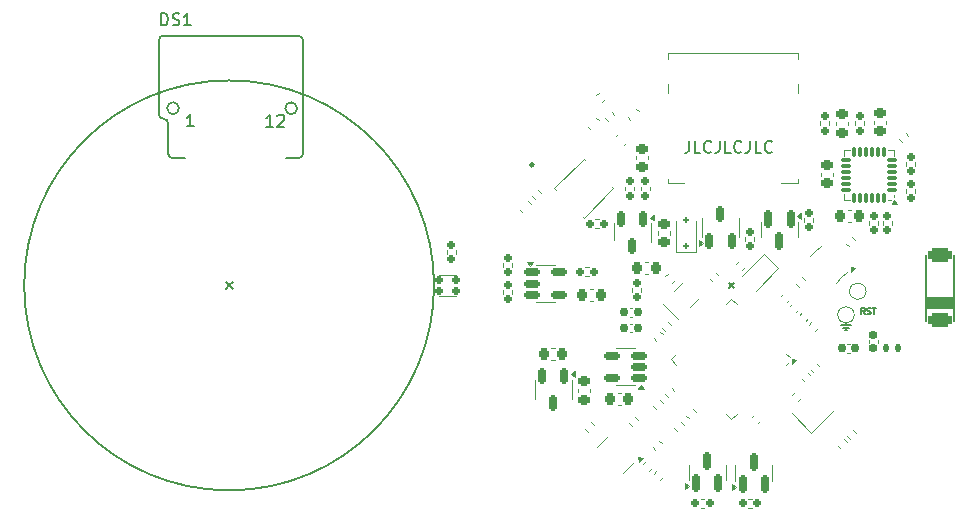
<source format=gbr>
%TF.GenerationSoftware,KiCad,Pcbnew,9.0.1-9.0.1-0~ubuntu22.04.1*%
%TF.CreationDate,2025-04-16T22:26:59+05:30*%
%TF.ProjectId,BEEWATCH MK2,42454557-4154-4434-9820-4d4b322e6b69,rev?*%
%TF.SameCoordinates,Original*%
%TF.FileFunction,Legend,Top*%
%TF.FilePolarity,Positive*%
%FSLAX46Y46*%
G04 Gerber Fmt 4.6, Leading zero omitted, Abs format (unit mm)*
G04 Created by KiCad (PCBNEW 9.0.1-9.0.1-0~ubuntu22.04.1) date 2025-04-16 22:26:59*
%MOMM*%
%LPD*%
G01*
G04 APERTURE LIST*
G04 Aperture macros list*
%AMRoundRect*
0 Rectangle with rounded corners*
0 $1 Rounding radius*
0 $2 $3 $4 $5 $6 $7 $8 $9 X,Y pos of 4 corners*
0 Add a 4 corners polygon primitive as box body*
4,1,4,$2,$3,$4,$5,$6,$7,$8,$9,$2,$3,0*
0 Add four circle primitives for the rounded corners*
1,1,$1+$1,$2,$3*
1,1,$1+$1,$4,$5*
1,1,$1+$1,$6,$7*
1,1,$1+$1,$8,$9*
0 Add four rect primitives between the rounded corners*
20,1,$1+$1,$2,$3,$4,$5,0*
20,1,$1+$1,$4,$5,$6,$7,0*
20,1,$1+$1,$6,$7,$8,$9,0*
20,1,$1+$1,$8,$9,$2,$3,0*%
%AMRotRect*
0 Rectangle, with rotation*
0 The origin of the aperture is its center*
0 $1 length*
0 $2 width*
0 $3 Rotation angle, in degrees counterclockwise*
0 Add horizontal line*
21,1,$1,$2,0,0,$3*%
G04 Aperture macros list end*
%ADD10C,0.150000*%
%ADD11C,0.127000*%
%ADD12C,0.120000*%
%ADD13C,0.100000*%
%ADD14C,0.250000*%
%ADD15RoundRect,0.225000X-0.250000X0.225000X-0.250000X-0.225000X0.250000X-0.225000X0.250000X0.225000X0*%
%ADD16RoundRect,0.075000X0.350000X0.075000X-0.350000X0.075000X-0.350000X-0.075000X0.350000X-0.075000X0*%
%ADD17RoundRect,0.075000X-0.075000X0.350000X-0.075000X-0.350000X0.075000X-0.350000X0.075000X0.350000X0*%
%ADD18RoundRect,0.150000X0.150000X-0.512500X0.150000X0.512500X-0.150000X0.512500X-0.150000X-0.512500X0*%
%ADD19RoundRect,0.160000X0.252791X-0.026517X-0.026517X0.252791X-0.252791X0.026517X0.026517X-0.252791X0*%
%ADD20RoundRect,0.125000X0.000000X0.176777X-0.176777X0.000000X0.000000X-0.176777X0.176777X0.000000X0*%
%ADD21RoundRect,0.100000X0.162635X-0.021213X-0.021213X0.162635X-0.162635X0.021213X0.021213X-0.162635X0*%
%ADD22RoundRect,0.225000X-0.225000X-0.250000X0.225000X-0.250000X0.225000X0.250000X-0.225000X0.250000X0*%
%ADD23RoundRect,0.160000X-0.160000X0.197500X-0.160000X-0.197500X0.160000X-0.197500X0.160000X0.197500X0*%
%ADD24RoundRect,0.150000X0.150000X-0.587500X0.150000X0.587500X-0.150000X0.587500X-0.150000X-0.587500X0*%
%ADD25RoundRect,0.150000X0.309359X0.521491X-0.521491X-0.309359X-0.309359X-0.521491X0.521491X0.309359X0*%
%ADD26RoundRect,0.150000X0.512500X0.150000X-0.512500X0.150000X-0.512500X-0.150000X0.512500X-0.150000X0*%
%ADD27RoundRect,0.160000X-0.252791X0.026517X0.026517X-0.252791X0.252791X-0.026517X-0.026517X0.252791X0*%
%ADD28RoundRect,0.160000X-0.197500X-0.160000X0.197500X-0.160000X0.197500X0.160000X-0.197500X0.160000X0*%
%ADD29RoundRect,0.147500X0.226274X0.017678X0.017678X0.226274X-0.226274X-0.017678X-0.017678X-0.226274X0*%
%ADD30RoundRect,0.155000X0.259862X-0.040659X-0.040659X0.259862X-0.259862X0.040659X0.040659X-0.259862X0*%
%ADD31RoundRect,0.150000X-0.150000X0.512500X-0.150000X-0.512500X0.150000X-0.512500X0.150000X0.512500X0*%
%ADD32RoundRect,0.225000X0.250000X-0.225000X0.250000X0.225000X-0.250000X0.225000X-0.250000X-0.225000X0*%
%ADD33RoundRect,0.147500X-0.147500X-0.172500X0.147500X-0.172500X0.147500X0.172500X-0.147500X0.172500X0*%
%ADD34RoundRect,0.160000X0.160000X-0.197500X0.160000X0.197500X-0.160000X0.197500X-0.160000X-0.197500X0*%
%ADD35RoundRect,0.225000X0.335876X0.017678X0.017678X0.335876X-0.335876X-0.017678X-0.017678X-0.335876X0*%
%ADD36RoundRect,0.155000X-0.259862X0.040659X0.040659X-0.259862X0.259862X-0.040659X-0.040659X0.259862X0*%
%ADD37RoundRect,0.225000X-0.335876X-0.017678X-0.017678X-0.335876X0.335876X0.017678X0.017678X0.335876X0*%
%ADD38RoundRect,0.160000X0.197500X0.160000X-0.197500X0.160000X-0.197500X-0.160000X0.197500X-0.160000X0*%
%ADD39O,1.200000X0.800000*%
%ADD40O,0.800000X1.200000*%
%ADD41C,1.000000*%
%ADD42RoundRect,0.150000X-0.512500X-0.150000X0.512500X-0.150000X0.512500X0.150000X-0.512500X0.150000X0*%
%ADD43RoundRect,0.160000X0.026517X0.252791X-0.252791X-0.026517X-0.026517X-0.252791X0.252791X0.026517X0*%
%ADD44RoundRect,0.155000X0.212500X0.155000X-0.212500X0.155000X-0.212500X-0.155000X0.212500X-0.155000X0*%
%ADD45RoundRect,0.160000X-0.026517X-0.252791X0.252791X0.026517X0.026517X0.252791X-0.252791X-0.026517X0*%
%ADD46RoundRect,0.249999X0.459619X-1.096017X1.096017X-0.459619X-0.459619X1.096017X-1.096017X0.459619X0*%
%ADD47C,0.500000*%
%ADD48RoundRect,0.225000X-0.017678X0.335876X-0.335876X0.017678X0.017678X-0.335876X0.335876X-0.017678X0*%
%ADD49RoundRect,0.125000X0.125000X-0.125000X0.125000X0.125000X-0.125000X0.125000X-0.125000X-0.125000X0*%
%ADD50RoundRect,0.155000X0.040659X0.259862X-0.259862X-0.040659X-0.040659X-0.259862X0.259862X0.040659X0*%
%ADD51RoundRect,0.155000X-0.155000X0.212500X-0.155000X-0.212500X0.155000X-0.212500X0.155000X0.212500X0*%
%ADD52RoundRect,0.155000X-0.040659X-0.259862X0.259862X0.040659X0.040659X0.259862X-0.259862X-0.040659X0*%
%ADD53R,0.350000X2.500000*%
%ADD54RoundRect,0.050000X0.212132X0.282843X-0.282843X-0.212132X-0.212132X-0.282843X0.282843X0.212132X0*%
%ADD55RoundRect,0.050000X-0.212132X0.282843X-0.282843X0.212132X0.212132X-0.282843X0.282843X-0.212132X0*%
%ADD56RotRect,4.000000X4.000000X225.000000*%
%ADD57RoundRect,0.300000X-0.700000X0.300000X-0.700000X-0.300000X0.700000X-0.300000X0.700000X0.300000X0*%
%ADD58RoundRect,0.150000X-0.150000X0.587500X-0.150000X-0.587500X0.150000X-0.587500X0.150000X0.587500X0*%
%ADD59RotRect,0.900000X0.800000X45.000000*%
%ADD60RoundRect,0.150000X-0.150000X-0.200000X0.150000X-0.200000X0.150000X0.200000X-0.150000X0.200000X0*%
%ADD61RotRect,0.300000X0.800000X135.000000*%
%ADD62RotRect,1.450000X1.750000X135.000000*%
%ADD63RoundRect,0.155000X-0.212500X-0.155000X0.212500X-0.155000X0.212500X0.155000X-0.212500X0.155000X0*%
%ADD64RoundRect,0.225000X0.225000X0.250000X-0.225000X0.250000X-0.225000X-0.250000X0.225000X-0.250000X0*%
%ADD65RotRect,1.000000X1.800000X45.000000*%
%ADD66RoundRect,0.100000X-0.162635X0.021213X0.021213X-0.162635X0.162635X-0.021213X-0.021213X0.162635X0*%
%ADD67C,0.650000*%
%ADD68O,1.600000X1.000000*%
%ADD69O,2.100000X1.000000*%
%ADD70R,2.000000X2.000000*%
%ADD71C,2.000000*%
G04 APERTURE END LIST*
D10*
X-42530925Y1734D02*
X-42830925Y301734D01*
X-42530925Y1734D02*
X-42230925Y-298266D01*
X0Y0D02*
X-200000Y-200000D01*
X9450000Y-3600000D02*
X9950000Y-3600000D01*
X9700000Y-3400000D02*
X9700000Y-3200000D01*
X-42530925Y1734D02*
X-42230925Y301734D01*
X-209548Y200000D02*
X190452Y-200000D01*
X9650000Y-3800000D02*
X9750000Y-3800000D01*
X0Y0D02*
X200000Y200000D01*
X-42530925Y1734D02*
X-42830925Y-298266D01*
X9250000Y-3400000D02*
X10150000Y-3400000D01*
X-3577507Y12230181D02*
X-3577507Y11515896D01*
X-3577507Y11515896D02*
X-3625126Y11373039D01*
X-3625126Y11373039D02*
X-3720364Y11277800D01*
X-3720364Y11277800D02*
X-3863221Y11230181D01*
X-3863221Y11230181D02*
X-3958459Y11230181D01*
X-2625126Y11230181D02*
X-3101316Y11230181D01*
X-3101316Y11230181D02*
X-3101316Y12230181D01*
X-1720364Y11325420D02*
X-1767983Y11277800D01*
X-1767983Y11277800D02*
X-1910840Y11230181D01*
X-1910840Y11230181D02*
X-2006078Y11230181D01*
X-2006078Y11230181D02*
X-2148935Y11277800D01*
X-2148935Y11277800D02*
X-2244173Y11373039D01*
X-2244173Y11373039D02*
X-2291792Y11468277D01*
X-2291792Y11468277D02*
X-2339411Y11658753D01*
X-2339411Y11658753D02*
X-2339411Y11801610D01*
X-2339411Y11801610D02*
X-2291792Y11992086D01*
X-2291792Y11992086D02*
X-2244173Y12087324D01*
X-2244173Y12087324D02*
X-2148935Y12182562D01*
X-2148935Y12182562D02*
X-2006078Y12230181D01*
X-2006078Y12230181D02*
X-1910840Y12230181D01*
X-1910840Y12230181D02*
X-1767983Y12182562D01*
X-1767983Y12182562D02*
X-1720364Y12134943D01*
X-1006078Y12230181D02*
X-1006078Y11515896D01*
X-1006078Y11515896D02*
X-1053697Y11373039D01*
X-1053697Y11373039D02*
X-1148935Y11277800D01*
X-1148935Y11277800D02*
X-1291792Y11230181D01*
X-1291792Y11230181D02*
X-1387030Y11230181D01*
X-53697Y11230181D02*
X-529887Y11230181D01*
X-529887Y11230181D02*
X-529887Y12230181D01*
X851065Y11325420D02*
X803446Y11277800D01*
X803446Y11277800D02*
X660589Y11230181D01*
X660589Y11230181D02*
X565351Y11230181D01*
X565351Y11230181D02*
X422494Y11277800D01*
X422494Y11277800D02*
X327256Y11373039D01*
X327256Y11373039D02*
X279637Y11468277D01*
X279637Y11468277D02*
X232018Y11658753D01*
X232018Y11658753D02*
X232018Y11801610D01*
X232018Y11801610D02*
X279637Y11992086D01*
X279637Y11992086D02*
X327256Y12087324D01*
X327256Y12087324D02*
X422494Y12182562D01*
X422494Y12182562D02*
X565351Y12230181D01*
X565351Y12230181D02*
X660589Y12230181D01*
X660589Y12230181D02*
X803446Y12182562D01*
X803446Y12182562D02*
X851065Y12134943D01*
X1565351Y12230181D02*
X1565351Y11515896D01*
X1565351Y11515896D02*
X1517732Y11373039D01*
X1517732Y11373039D02*
X1422494Y11277800D01*
X1422494Y11277800D02*
X1279637Y11230181D01*
X1279637Y11230181D02*
X1184399Y11230181D01*
X2517732Y11230181D02*
X2041542Y11230181D01*
X2041542Y11230181D02*
X2041542Y12230181D01*
X3422494Y11325420D02*
X3374875Y11277800D01*
X3374875Y11277800D02*
X3232018Y11230181D01*
X3232018Y11230181D02*
X3136780Y11230181D01*
X3136780Y11230181D02*
X2993923Y11277800D01*
X2993923Y11277800D02*
X2898685Y11373039D01*
X2898685Y11373039D02*
X2851066Y11468277D01*
X2851066Y11468277D02*
X2803447Y11658753D01*
X2803447Y11658753D02*
X2803447Y11801610D01*
X2803447Y11801610D02*
X2851066Y11992086D01*
X2851066Y11992086D02*
X2898685Y12087324D01*
X2898685Y12087324D02*
X2993923Y12182562D01*
X2993923Y12182562D02*
X3136780Y12230181D01*
X3136780Y12230181D02*
X3232018Y12230181D01*
X3232018Y12230181D02*
X3374875Y12182562D01*
X3374875Y12182562D02*
X3422494Y12134943D01*
D11*
X11294790Y-2431226D02*
X11125456Y-2189321D01*
X11004504Y-2431226D02*
X11004504Y-1923226D01*
X11004504Y-1923226D02*
X11198028Y-1923226D01*
X11198028Y-1923226D02*
X11246409Y-1947416D01*
X11246409Y-1947416D02*
X11270599Y-1971607D01*
X11270599Y-1971607D02*
X11294790Y-2019988D01*
X11294790Y-2019988D02*
X11294790Y-2092559D01*
X11294790Y-2092559D02*
X11270599Y-2140940D01*
X11270599Y-2140940D02*
X11246409Y-2165131D01*
X11246409Y-2165131D02*
X11198028Y-2189321D01*
X11198028Y-2189321D02*
X11004504Y-2189321D01*
X11488313Y-2407036D02*
X11560885Y-2431226D01*
X11560885Y-2431226D02*
X11681837Y-2431226D01*
X11681837Y-2431226D02*
X11730218Y-2407036D01*
X11730218Y-2407036D02*
X11754409Y-2382845D01*
X11754409Y-2382845D02*
X11778599Y-2334464D01*
X11778599Y-2334464D02*
X11778599Y-2286083D01*
X11778599Y-2286083D02*
X11754409Y-2237702D01*
X11754409Y-2237702D02*
X11730218Y-2213512D01*
X11730218Y-2213512D02*
X11681837Y-2189321D01*
X11681837Y-2189321D02*
X11585075Y-2165131D01*
X11585075Y-2165131D02*
X11536694Y-2140940D01*
X11536694Y-2140940D02*
X11512504Y-2116750D01*
X11512504Y-2116750D02*
X11488313Y-2068369D01*
X11488313Y-2068369D02*
X11488313Y-2019988D01*
X11488313Y-2019988D02*
X11512504Y-1971607D01*
X11512504Y-1971607D02*
X11536694Y-1947416D01*
X11536694Y-1947416D02*
X11585075Y-1923226D01*
X11585075Y-1923226D02*
X11706028Y-1923226D01*
X11706028Y-1923226D02*
X11778599Y-1947416D01*
X11923742Y-1923226D02*
X12214028Y-1923226D01*
X12068885Y-2431226D02*
X12068885Y-1923226D01*
D10*
X-48272554Y22022296D02*
X-48272554Y23022296D01*
X-48272554Y23022296D02*
X-48034459Y23022296D01*
X-48034459Y23022296D02*
X-47891602Y22974677D01*
X-47891602Y22974677D02*
X-47796364Y22879439D01*
X-47796364Y22879439D02*
X-47748745Y22784201D01*
X-47748745Y22784201D02*
X-47701126Y22593725D01*
X-47701126Y22593725D02*
X-47701126Y22450868D01*
X-47701126Y22450868D02*
X-47748745Y22260392D01*
X-47748745Y22260392D02*
X-47796364Y22165154D01*
X-47796364Y22165154D02*
X-47891602Y22069915D01*
X-47891602Y22069915D02*
X-48034459Y22022296D01*
X-48034459Y22022296D02*
X-48272554Y22022296D01*
X-47320173Y22069915D02*
X-47177316Y22022296D01*
X-47177316Y22022296D02*
X-46939221Y22022296D01*
X-46939221Y22022296D02*
X-46843983Y22069915D01*
X-46843983Y22069915D02*
X-46796364Y22117535D01*
X-46796364Y22117535D02*
X-46748745Y22212773D01*
X-46748745Y22212773D02*
X-46748745Y22308011D01*
X-46748745Y22308011D02*
X-46796364Y22403249D01*
X-46796364Y22403249D02*
X-46843983Y22450868D01*
X-46843983Y22450868D02*
X-46939221Y22498487D01*
X-46939221Y22498487D02*
X-47129697Y22546106D01*
X-47129697Y22546106D02*
X-47224935Y22593725D01*
X-47224935Y22593725D02*
X-47272554Y22641344D01*
X-47272554Y22641344D02*
X-47320173Y22736582D01*
X-47320173Y22736582D02*
X-47320173Y22831820D01*
X-47320173Y22831820D02*
X-47272554Y22927058D01*
X-47272554Y22927058D02*
X-47224935Y22974677D01*
X-47224935Y22974677D02*
X-47129697Y23022296D01*
X-47129697Y23022296D02*
X-46891602Y23022296D01*
X-46891602Y23022296D02*
X-46748745Y22974677D01*
X-45796364Y22022296D02*
X-46367792Y22022296D01*
X-46082078Y22022296D02*
X-46082078Y23022296D01*
X-46082078Y23022296D02*
X-46177316Y22879439D01*
X-46177316Y22879439D02*
X-46272554Y22784201D01*
X-46272554Y22784201D02*
X-46367792Y22736582D01*
X-45542554Y13492296D02*
X-46113982Y13492296D01*
X-45828268Y13492296D02*
X-45828268Y14492296D01*
X-45828268Y14492296D02*
X-45923506Y14349439D01*
X-45923506Y14349439D02*
X-46018744Y14254201D01*
X-46018744Y14254201D02*
X-46113982Y14206582D01*
X-38818745Y13442296D02*
X-39390173Y13442296D01*
X-39104459Y13442296D02*
X-39104459Y14442296D01*
X-39104459Y14442296D02*
X-39199697Y14299439D01*
X-39199697Y14299439D02*
X-39294935Y14204201D01*
X-39294935Y14204201D02*
X-39390173Y14156582D01*
X-38437792Y14347058D02*
X-38390173Y14394677D01*
X-38390173Y14394677D02*
X-38294935Y14442296D01*
X-38294935Y14442296D02*
X-38056840Y14442296D01*
X-38056840Y14442296D02*
X-37961602Y14394677D01*
X-37961602Y14394677D02*
X-37913983Y14347058D01*
X-37913983Y14347058D02*
X-37866364Y14251820D01*
X-37866364Y14251820D02*
X-37866364Y14156582D01*
X-37866364Y14156582D02*
X-37913983Y14013725D01*
X-37913983Y14013725D02*
X-38485411Y13442296D01*
X-38485411Y13442296D02*
X-37866364Y13442296D01*
D12*
%TO.C,C14*%
X7590000Y9540580D02*
X7590000Y9259420D01*
X8610000Y9540580D02*
X8610000Y9259420D01*
%TO.C,U3*%
X9500000Y11500000D02*
X9500000Y10975000D01*
X9500000Y11500000D02*
X10025000Y11500000D01*
X9500000Y7200000D02*
X9500000Y7725000D01*
X9500000Y7200000D02*
X10025000Y7200000D01*
X13275000Y7200000D02*
X13500000Y7200000D01*
X13800000Y11500000D02*
X13275000Y11500000D01*
X13800000Y11500000D02*
X13800000Y10975000D01*
X13800000Y7665000D02*
X13800000Y7440000D01*
X14040000Y6870000D02*
X13560000Y6870000D01*
X13800000Y7200000D01*
X14040000Y6870000D01*
G36*
X14040000Y6870000D02*
G01*
X13560000Y6870000D01*
X13800000Y7200000D01*
X14040000Y6870000D01*
G37*
%TO.C,Q8*%
X-2497500Y4900000D02*
X-2497500Y5700000D01*
X-2497500Y4900000D02*
X-2497500Y4100000D01*
X622500Y4900000D02*
X622500Y5700000D01*
X622500Y4900000D02*
X622500Y4100000D01*
X-2447500Y3600000D02*
X-2777500Y3360000D01*
X-2777500Y3840000D01*
X-2447500Y3600000D01*
G36*
X-2447500Y3600000D02*
G01*
X-2777500Y3360000D01*
X-2777500Y3840000D01*
X-2447500Y3600000D01*
G37*
%TO.C,R25*%
X-16650175Y7312773D02*
X-16887227Y7549825D01*
X-16112773Y7850175D02*
X-16349825Y8087227D01*
%TO.C,D3*%
X2737401Y2639483D02*
X856497Y758579D01*
X3939483Y1437401D02*
X2058579Y-443503D01*
X3939483Y1437401D02*
X2737401Y2639483D01*
%TO.C,C24*%
X-9640580Y-9090000D02*
X-9359420Y-9090000D01*
X-9640580Y-10110000D02*
X-9359420Y-10110000D01*
%TO.C,R12*%
X11688629Y5467621D02*
X11688629Y5132379D01*
X12448629Y5467621D02*
X12448629Y5132379D01*
%TO.C,Q6*%
X340000Y-15900000D02*
X340000Y-15250000D01*
X340000Y-15900000D02*
X340000Y-16550000D01*
X3460000Y-15900000D02*
X3460000Y-15250000D01*
X3460000Y-15900000D02*
X3460000Y-16550000D01*
X390000Y-17062500D02*
X60000Y-17302500D01*
X60000Y-16822500D01*
X390000Y-17062500D01*
G36*
X390000Y-17062500D02*
G01*
X60000Y-17302500D01*
X60000Y-16822500D01*
X390000Y-17062500D01*
G37*
%TO.C,Q7*%
X7096913Y2903087D02*
X6637294Y2443467D01*
X7096913Y2903087D02*
X7556533Y3362706D01*
X9303087Y696913D02*
X8843467Y237294D01*
X9303087Y696913D02*
X9762706Y1156533D01*
X10492794Y1490641D02*
X10153382Y1151230D01*
X10089743Y1554280D01*
X10492794Y1490641D01*
G36*
X10492794Y1490641D02*
G01*
X10153382Y1151230D01*
X10089743Y1554280D01*
X10492794Y1490641D01*
G37*
%TO.C,U5*%
X-8967417Y-5340000D02*
X-9767417Y-5340000D01*
X-8967417Y-5340000D02*
X-8167417Y-5340000D01*
X-8967417Y-8460000D02*
X-9767417Y-8460000D01*
X-8967417Y-8460000D02*
X-8167417Y-8460000D01*
X-7427417Y-8740000D02*
X-7907417Y-8740000D01*
X-7667417Y-8410000D01*
X-7427417Y-8740000D01*
G36*
X-7427417Y-8740000D02*
G01*
X-7907417Y-8740000D01*
X-7667417Y-8410000D01*
X-7427417Y-8740000D01*
G37*
%TO.C,R33*%
X9674644Y3537954D02*
X9911696Y3300902D01*
X10212046Y4075356D02*
X10449098Y3838304D01*
%TO.C,R41*%
X-11565121Y5580000D02*
X-11229879Y5580000D01*
X-11565121Y4820000D02*
X-11229879Y4820000D01*
%TO.C,R14*%
X14820000Y8167621D02*
X14820000Y7832379D01*
X15580000Y8167621D02*
X15580000Y7832379D01*
%TO.C,C31*%
X-15240580Y-5290000D02*
X-14959420Y-5290000D01*
X-15240580Y-6310000D02*
X-14959420Y-6310000D01*
%TO.C,C10*%
X-1672651Y363534D02*
X-1836466Y527349D01*
X-1163534Y872651D02*
X-1327349Y1036466D01*
%TO.C,Q3*%
X-9960000Y4437500D02*
X-9960000Y5237500D01*
X-9960000Y4437500D02*
X-9960000Y3637500D01*
X-6840000Y4437500D02*
X-6840000Y5237500D01*
X-6840000Y4437500D02*
X-6840000Y3637500D01*
X-6560000Y5497500D02*
X-6890000Y5737500D01*
X-6560000Y5977500D01*
X-6560000Y5497500D01*
G36*
X-6560000Y5497500D02*
G01*
X-6890000Y5737500D01*
X-6560000Y5977500D01*
X-6560000Y5497500D01*
G37*
%TO.C,C26*%
X-8110000Y10659420D02*
X-8110000Y10940580D01*
X-7090000Y10659420D02*
X-7090000Y10940580D01*
%TO.C,R7*%
X-5887227Y-3650175D02*
X-5650175Y-3887227D01*
X-5349825Y-3112773D02*
X-5112773Y-3349825D01*
%TO.C,R50*%
X6182500Y5332379D02*
X6182500Y5667621D01*
X6942500Y5332379D02*
X6942500Y5667621D01*
%TO.C,C28*%
X-11961219Y13239970D02*
X-12160030Y13438781D01*
X-11239970Y13961219D02*
X-11438781Y14160030D01*
%TO.C,C6*%
X6762251Y-7171368D02*
X6926066Y-7335183D01*
X7271368Y-6662251D02*
X7435183Y-6826066D01*
%TO.C,R52*%
X10017781Y-13014731D02*
X9780729Y-12777679D01*
X10555183Y-12477329D02*
X10318131Y-12240277D01*
%TO.C,C27*%
X-8760030Y14238781D02*
X-8561219Y14039970D01*
X-8038781Y14960030D02*
X-7839970Y14761219D01*
%TO.C,R21*%
X-19317500Y-384880D02*
X-19317500Y-720122D01*
X-18557500Y-384880D02*
X-18557500Y-720122D01*
%TO.C,R11*%
X12820000Y5470121D02*
X12820000Y5134879D01*
X13580000Y5470121D02*
X13580000Y5134879D01*
%TO.C,Q5*%
X-3610000Y-15837500D02*
X-3610000Y-15187500D01*
X-3610000Y-15837500D02*
X-3610000Y-16487500D01*
X-490000Y-15837500D02*
X-490000Y-15187500D01*
X-490000Y-15837500D02*
X-490000Y-16487500D01*
X-3560000Y-17000000D02*
X-3890000Y-17240000D01*
X-3890000Y-16760000D01*
X-3560000Y-17000000D01*
G36*
X-3560000Y-17000000D02*
G01*
X-3890000Y-17240000D01*
X-3890000Y-16760000D01*
X-3560000Y-17000000D01*
G37*
%TO.C,R32*%
X1767621Y-18082498D02*
X1432379Y-18082498D01*
X1767621Y-18842498D02*
X1432379Y-18842498D01*
%TO.C,Q9*%
X-10903087Y-13196913D02*
X-11362706Y-13656533D01*
X-10903087Y-13196913D02*
X-10443467Y-12737294D01*
X-8696913Y-15403087D02*
X-9156533Y-15862706D01*
X-8696913Y-15403087D02*
X-8237294Y-14943467D01*
X-7507206Y-14609359D02*
X-7846618Y-14948770D01*
X-7910257Y-14545720D01*
X-7507206Y-14609359D01*
G36*
X-7507206Y-14609359D02*
G01*
X-7846618Y-14948770D01*
X-7910257Y-14545720D01*
X-7507206Y-14609359D01*
G37*
%TO.C,R39*%
X-5372671Y-9464731D02*
X-5609723Y-9227679D01*
X-4835269Y-8927329D02*
X-5072321Y-8690277D01*
%TO.C,R6*%
X-24110925Y2631613D02*
X-24110925Y2966855D01*
X-23350925Y2631613D02*
X-23350925Y2966855D01*
%TO.C,C25*%
X-17912022Y6390773D02*
X-17713211Y6191962D01*
X-17190773Y7112022D02*
X-16991962Y6913211D01*
%TO.C,U8*%
X-16660000Y-8800000D02*
X-16660000Y-8000000D01*
X-16660000Y-8800000D02*
X-16660000Y-9600000D01*
X-13540000Y-8800000D02*
X-13540000Y-8000000D01*
X-13540000Y-8800000D02*
X-13540000Y-9600000D01*
X-13260000Y-7740000D02*
X-13590000Y-7500000D01*
X-13260000Y-7260000D01*
X-13260000Y-7740000D01*
G36*
X-13260000Y-7740000D02*
G01*
X-13590000Y-7500000D01*
X-13260000Y-7260000D01*
X-13260000Y-7740000D01*
G37*
%TO.C,U7*%
X-5400000Y19650000D02*
X-5400000Y19150000D01*
X-5400000Y19650000D02*
X5600000Y19650000D01*
X-5400000Y16250000D02*
X-5400000Y17050000D01*
X-5400000Y9025000D02*
X-5400000Y8675000D01*
X-3975000Y8650000D02*
X-5400000Y8650000D01*
X5600000Y19650000D02*
X5600000Y19150000D01*
X5600000Y16250000D02*
X5600000Y17050000D01*
X5600000Y9025000D02*
X5600000Y8675000D01*
X5600000Y8650000D02*
X4175000Y8650000D01*
%TO.C,R46*%
X-6441336Y-13921891D02*
X-6678388Y-13684839D01*
X-5903934Y-13384489D02*
X-6140986Y-13147437D01*
%TO.C,R24*%
X1182500Y3732379D02*
X1182500Y4067621D01*
X1942500Y3732379D02*
X1942500Y4067621D01*
%TO.C,TP1*%
X11400000Y-500000D02*
G75*
G02*
X10000000Y-500000I-700000J0D01*
G01*
X10000000Y-500000D02*
G75*
G02*
X11400000Y-500000I700000J0D01*
G01*
%TO.C,U4*%
X-15737500Y1709999D02*
X-16537500Y1709999D01*
X-15737500Y1709999D02*
X-14937500Y1709999D01*
X-15737500Y-1410001D02*
X-16537500Y-1410001D01*
X-15737500Y-1410001D02*
X-14937500Y-1410001D01*
X-17037500Y1659999D02*
X-17277500Y1989999D01*
X-16797500Y1989999D01*
X-17037500Y1659999D01*
G36*
X-17037500Y1659999D02*
G01*
X-17277500Y1989999D01*
X-16797500Y1989999D01*
X-17037500Y1659999D01*
G37*
%TO.C,R4*%
X-5350175Y987227D02*
X-5587227Y750175D01*
X-4812773Y449825D02*
X-5049825Y212773D01*
%TO.C,C23*%
X-8384165Y-3240000D02*
X-8615835Y-3240000D01*
X-8384165Y-3960000D02*
X-8615835Y-3960000D01*
%TO.C,R51*%
X8980729Y-13577679D02*
X9217781Y-13814731D01*
X9518131Y-13040277D02*
X9755183Y-13277329D01*
%TO.C,R16*%
X14449825Y12112773D02*
X14212773Y12349825D01*
X14987227Y12650175D02*
X14750175Y12887227D01*
%TO.C,R23*%
X5112773Y-9249825D02*
X5349825Y-9012773D01*
X5650175Y-9787227D02*
X5887227Y-9550175D01*
%TO.C,R47*%
X-8441336Y-11921891D02*
X-8678388Y-11684839D01*
X-7903934Y-11384489D02*
X-8140986Y-11147437D01*
%TO.C,R35*%
X-3809723Y-11027679D02*
X-3572671Y-11264731D01*
X-3272321Y-10490277D02*
X-3035269Y-10727329D01*
%TO.C,L3*%
X-14989016Y8200000D02*
X-14882950Y8093934D01*
X-14989016Y8200000D02*
X-12500000Y10689016D01*
X-12500000Y10689016D02*
X-12393934Y10582950D01*
X-12500000Y5710984D02*
X-12606066Y5817050D01*
X-12500000Y5710984D02*
X-10010984Y8200000D01*
X-10010984Y8200000D02*
X-10117050Y8306066D01*
%TO.C,R34*%
X-4832219Y-12105183D02*
X-4595167Y-12342235D01*
X-4294817Y-11567781D02*
X-4057765Y-11804833D01*
%TO.C,C22*%
X-8384165Y-1940000D02*
X-8615835Y-1940000D01*
X-8384165Y-2660000D02*
X-8615835Y-2660000D01*
%TO.C,R42*%
X10479188Y13872394D02*
X10479188Y13537152D01*
X11239188Y13872394D02*
X11239188Y13537152D01*
%TO.C,C29*%
X-9613211Y12808038D02*
X-9812022Y12609227D01*
X-8891962Y12086789D02*
X-9090773Y11887978D01*
%TO.C,C15*%
X8864264Y13559420D02*
X8864264Y13840580D01*
X9884264Y13559420D02*
X9884264Y13840580D01*
%TO.C,R49*%
X-7680000Y8032379D02*
X-7680000Y8367621D01*
X-6920000Y8032379D02*
X-6920000Y8367621D01*
%TO.C,D2*%
X-4687500Y2790000D02*
X-4687500Y5450000D01*
X-4687500Y2790000D02*
X-2987500Y2790000D01*
X-2987500Y2790000D02*
X-2987500Y5450000D01*
%TO.C,C11*%
X1917801Y-11013534D02*
X1753986Y-11177349D01*
X2426918Y-11522651D02*
X2263103Y-11686466D01*
%TO.C,C19*%
X-11975580Y-340001D02*
X-11694420Y-340001D01*
X-11975580Y-1360001D02*
X-11694420Y-1360001D01*
%TO.C,C30*%
X-13010000Y-9040580D02*
X-13010000Y-8759420D01*
X-11990000Y-9040580D02*
X-11990000Y-8759420D01*
%TO.C,R22*%
X-19317500Y1582378D02*
X-19317500Y1917620D01*
X-18557500Y1582378D02*
X-18557500Y1917620D01*
%TO.C,TP2*%
X10400000Y-2500000D02*
G75*
G02*
X9000000Y-2500000I-700000J0D01*
G01*
X9000000Y-2500000D02*
G75*
G02*
X10400000Y-2500000I700000J0D01*
G01*
%TO.C,C13*%
X11661320Y-4651665D02*
X11661320Y-4883335D01*
X12381320Y-4651665D02*
X12381320Y-4883335D01*
%TO.C,R28*%
X-8980000Y8365121D02*
X-8980000Y8029879D01*
X-8220000Y8365121D02*
X-8220000Y8029879D01*
%TO.C,C9*%
X5763534Y-2527349D02*
X5927349Y-2363534D01*
X6272651Y-3036466D02*
X6436466Y-2872651D01*
%TO.C,C17*%
X12090000Y13659420D02*
X12090000Y13940580D01*
X13110000Y13659420D02*
X13110000Y13940580D01*
%TO.C,R13*%
X7509339Y13872394D02*
X7509339Y13537152D01*
X8269339Y13872394D02*
X8269339Y13537152D01*
%TO.C,C20*%
X-6206078Y4582002D02*
X-6206078Y4300842D01*
X-5186078Y4582002D02*
X-5186078Y4300842D01*
D10*
%TO.C,DS1*%
X-48478268Y20747115D02*
X-48478268Y14497115D01*
X-48078268Y21147115D02*
X-36678268Y21147115D01*
X-47678268Y13697115D02*
X-47678268Y11097115D01*
X-46278268Y10747115D02*
X-47278268Y10747115D01*
X-36678268Y10747115D02*
X-37678268Y10747115D01*
X-36278268Y20747115D02*
X-36278268Y11147115D01*
X-48478268Y20747115D02*
G75*
G02*
X-48078268Y21147115I399999J1D01*
G01*
X-48078268Y14097115D02*
G75*
G02*
X-48478268Y14497115I-1J399999D01*
G01*
X-48078268Y14097115D02*
G75*
G02*
X-47678268Y13697115I1J-399999D01*
G01*
X-47278268Y10747115D02*
G75*
G02*
X-47678268Y11147115I-1J399999D01*
G01*
X-36678268Y21147115D02*
G75*
G02*
X-36278221Y20747115I47J-400000D01*
G01*
X-36278268Y11147115D02*
G75*
G02*
X-36678268Y10747162I-399953J0D01*
G01*
X-46778268Y14997115D02*
G75*
G02*
X-47778268Y14997115I-500000J0D01*
G01*
X-47778268Y14997115D02*
G75*
G02*
X-46778268Y14997115I500000J0D01*
G01*
X-25178268Y-2885D02*
G75*
G02*
X-59880574Y-2885I-17351153J0D01*
G01*
X-59880574Y-2885D02*
G75*
G02*
X-25178268Y-2885I17351153J0D01*
G01*
X-36778268Y14997115D02*
G75*
G02*
X-37778268Y14997115I-500000J0D01*
G01*
X-37778268Y14997115D02*
G75*
G02*
X-36778268Y14997115I500000J0D01*
G01*
D12*
%TO.C,R37*%
X627329Y2064731D02*
X390277Y1827679D01*
X1164731Y1527329D02*
X927679Y1290277D01*
%TO.C,U1*%
X-5114859Y-6250000D02*
X-4655240Y-6709619D01*
X-4655240Y-5790381D02*
X-5114859Y-6250000D01*
X-469167Y-1604308D02*
X-9548Y-1144689D01*
X-9548Y-1144689D02*
X450071Y-1604308D01*
X-9548Y-11355311D02*
X-469167Y-10895692D01*
X450071Y-10895692D02*
X-9548Y-11355311D01*
X4636144Y-5790381D02*
X4926057Y-6080294D01*
X4636144Y-6709619D02*
X4883631Y-6462132D01*
X5498814Y-6313640D02*
X5159403Y-6653051D01*
X5095763Y-6250000D01*
X5498814Y-6313640D01*
G36*
X5498814Y-6313640D02*
G01*
X5159403Y-6653051D01*
X5095763Y-6250000D01*
X5498814Y-6313640D01*
G37*
%TO.C,C5*%
X5956185Y-7955251D02*
X6120000Y-8119066D01*
X6465302Y-7446134D02*
X6629117Y-7609949D01*
D10*
%TO.C,AE1*%
X16450002Y-3000000D02*
X16450000Y2600000D01*
X18850000Y-3000000D02*
X18849998Y2600000D01*
X18750000Y-1900000D02*
X16450000Y-1900000D01*
X16450000Y-1100000D01*
X18750000Y-1100000D01*
X18750000Y-1900000D01*
G36*
X18750000Y-1900000D02*
G01*
X16450000Y-1900000D01*
X16450000Y-1100000D01*
X18750000Y-1100000D01*
X18750000Y-1900000D01*
G37*
D12*
%TO.C,R40*%
X6535269Y-3327329D02*
X6772321Y-3090277D01*
X7072671Y-3864731D02*
X7309723Y-3627679D01*
%TO.C,R45*%
X-7250175Y-14912773D02*
X-7487227Y-15149825D01*
X-6712773Y-15450175D02*
X-6949825Y-15687227D01*
%TO.C,C8*%
X4963534Y-1727349D02*
X5127349Y-1563534D01*
X5472651Y-2236466D02*
X5636466Y-2072651D01*
%TO.C,R48*%
X-8380000Y-232379D02*
X-8380000Y-567621D01*
X-7620000Y-232379D02*
X-7620000Y-567621D01*
%TO.C,R36*%
X5711696Y-99098D02*
X5474644Y137954D01*
X6249098Y438304D02*
X6012046Y675356D01*
%TO.C,Q4*%
X2502500Y4700000D02*
X2502500Y5350000D01*
X2502500Y4700000D02*
X2502500Y4050000D01*
X5622500Y4700000D02*
X5622500Y5350000D01*
X5622500Y4700000D02*
X5622500Y4050000D01*
X5902500Y5622500D02*
X5572500Y5862500D01*
X5902500Y6102500D01*
X5902500Y5622500D01*
G36*
X5902500Y5622500D02*
G01*
X5572500Y5862500D01*
X5902500Y6102500D01*
X5902500Y5622500D01*
G37*
%TO.C,R31*%
X-2282379Y-18057500D02*
X-2617621Y-18057500D01*
X-2282379Y-18817500D02*
X-2617621Y-18817500D01*
%TO.C,R8*%
X-6587227Y-4450175D02*
X-6350175Y-4687227D01*
X-6049825Y-3912773D02*
X-5812773Y-4149825D01*
%TO.C,R27*%
X-10687227Y14149825D02*
X-10450175Y13912773D01*
X-10149825Y14687227D02*
X-9912773Y14450175D01*
%TO.C,R15*%
X14820000Y10129879D02*
X14820000Y10465121D01*
X15580000Y10129879D02*
X15580000Y10465121D01*
%TO.C,Y1*%
X5132233Y-10841421D02*
X6758579Y-12467767D01*
X6758579Y-12467767D02*
X8667767Y-10558579D01*
%TO.C,R38*%
X-6372671Y-10464731D02*
X-6609723Y-10227679D01*
X-5835269Y-9927329D02*
X-6072321Y-9690277D01*
%TO.C,R26*%
X-11227679Y16309723D02*
X-11464731Y16072671D01*
X-10690277Y15772321D02*
X-10927329Y15535269D01*
D13*
%TO.C,D1*%
X-24780925Y901734D02*
X-23280925Y901734D01*
X-24780925Y-898266D02*
X-23280925Y-898266D01*
D14*
%TO.C,U2*%
X-16782179Y10200000D02*
G75*
G02*
X-17032179Y10200000I-125000J0D01*
G01*
X-17032179Y10200000D02*
G75*
G02*
X-16782179Y10200000I125000J0D01*
G01*
D12*
%TO.C,R44*%
X-6350175Y-15712773D02*
X-6587227Y-15949825D01*
X-5812773Y-16250175D02*
X-6049825Y-16487227D01*
%TO.C,C12*%
X9784165Y-4973185D02*
X10015835Y-4973185D01*
X9784165Y-5693185D02*
X10015835Y-5693185D01*
%TO.C,C16*%
X10140580Y6410000D02*
X9859420Y6410000D01*
X10140580Y5390000D02*
X9859420Y5390000D01*
%TO.C,R20*%
X-12402621Y1529999D02*
X-12067379Y1529999D01*
X-12402621Y769999D02*
X-12067379Y769999D01*
%TO.C,C7*%
X4163534Y-927349D02*
X4327349Y-763534D01*
X4672651Y-1436466D02*
X4836466Y-1272651D01*
%TO.C,Y2*%
X-5815254Y-1542462D02*
X-4542462Y-2815254D01*
X-4860660Y-517157D02*
X-4082843Y260660D01*
X-3517157Y-1860660D02*
X-2739340Y-1082843D01*
%TO.C,R43*%
X-12150175Y-12387227D02*
X-12387227Y-12150175D01*
X-11612773Y-11849825D02*
X-11849825Y-11612773D01*
%TO.C,C21*%
X-7340580Y2010000D02*
X-7059420Y2010000D01*
X-7340580Y990000D02*
X-7059420Y990000D01*
%TD*%
%LPC*%
D15*
%TO.C,C14*%
X8100000Y10175000D03*
X8100000Y8625000D03*
%TD*%
D16*
%TO.C,U3*%
X13600000Y8100000D03*
X13600000Y8600000D03*
X13600000Y9100000D03*
X13600000Y9600000D03*
X13600000Y10100000D03*
X13600000Y10600000D03*
D17*
X12900000Y11300000D03*
X12400000Y11300000D03*
X11900000Y11300000D03*
X11400000Y11300000D03*
X10900000Y11300000D03*
X10400000Y11300000D03*
D16*
X9700000Y10600000D03*
X9700000Y10100000D03*
X9700000Y9600000D03*
X9700000Y9100000D03*
X9700000Y8600000D03*
X9700000Y8100000D03*
D17*
X10400000Y7400000D03*
X10900000Y7400000D03*
X11400000Y7400000D03*
X11900000Y7400000D03*
X12400000Y7400000D03*
X12900000Y7400000D03*
%TD*%
D18*
%TO.C,Q8*%
X-1887500Y3762500D03*
X12500Y3762500D03*
X-937500Y6037500D03*
%TD*%
D19*
%TO.C,R25*%
X-16077504Y7277504D03*
X-16922496Y8122496D03*
%TD*%
D20*
%TO.C,D3*%
X2977817Y1677817D03*
X1422183Y122183D03*
%TD*%
D21*
%TO.C,C4*%
X-6173726Y-726274D03*
X-6626274Y-273726D03*
%TD*%
D22*
%TO.C,C24*%
X-10275000Y-9600000D03*
X-8725000Y-9600000D03*
%TD*%
D23*
%TO.C,R12*%
X12068629Y5897500D03*
X12068629Y4702500D03*
%TD*%
D24*
%TO.C,Q6*%
X950000Y-16837500D03*
X2850000Y-16837500D03*
X1900000Y-14962500D03*
%TD*%
D25*
%TO.C,Q7*%
X9534664Y1791161D03*
X8191161Y3134664D03*
X7537087Y1137087D03*
%TD*%
D26*
%TO.C,U5*%
X-7829917Y-7850000D03*
X-7829917Y-6900000D03*
X-7829917Y-5950000D03*
X-10104917Y-5950000D03*
X-10104917Y-7850000D03*
%TD*%
D27*
%TO.C,R33*%
X9639375Y4110625D03*
X10484367Y3265633D03*
%TD*%
D28*
%TO.C,R41*%
X-11995000Y5200000D03*
X-10800000Y5200000D03*
%TD*%
D29*
%TO.C,L1*%
X4942947Y-3942947D03*
X4257053Y-3257053D03*
%TD*%
D23*
%TO.C,R14*%
X15200000Y8597500D03*
X15200000Y7402500D03*
%TD*%
D22*
%TO.C,C31*%
X-15875000Y-5800000D03*
X-14325000Y-5800000D03*
%TD*%
D30*
%TO.C,C10*%
X-1098717Y298717D03*
X-1901283Y1101283D03*
%TD*%
D21*
%TO.C,C3*%
X-3873726Y1573726D03*
X-4326274Y2026274D03*
%TD*%
D31*
%TO.C,Q3*%
X-7450000Y5575000D03*
X-9350000Y5575000D03*
X-8400000Y3300000D03*
%TD*%
D32*
%TO.C,C26*%
X-7600000Y10025000D03*
X-7600000Y11575000D03*
%TD*%
D27*
%TO.C,R7*%
X-5922496Y-3077504D03*
X-5077504Y-3922496D03*
%TD*%
D33*
%TO.C,L2*%
X13115000Y-5333185D03*
X14085000Y-5333185D03*
%TD*%
D34*
%TO.C,R50*%
X6562500Y4902500D03*
X6562500Y6097500D03*
%TD*%
D35*
%TO.C,C28*%
X-11151992Y13151992D03*
X-12248008Y14248008D03*
%TD*%
D36*
%TO.C,C6*%
X6697434Y-6597434D03*
X7500000Y-7400000D03*
%TD*%
D19*
%TO.C,R52*%
X10590452Y-13050000D03*
X9745460Y-12205008D03*
%TD*%
D37*
%TO.C,C27*%
X-8848008Y15048008D03*
X-7751992Y13951992D03*
%TD*%
D23*
%TO.C,R21*%
X-18937500Y44999D03*
X-18937500Y-1150001D03*
%TD*%
%TO.C,R11*%
X13200000Y5900000D03*
X13200000Y4705000D03*
%TD*%
D24*
%TO.C,Q5*%
X-3000000Y-16775000D03*
X-1100000Y-16775000D03*
X-2050000Y-14900000D03*
%TD*%
D38*
%TO.C,R32*%
X2197500Y-18462498D03*
X1002500Y-18462498D03*
%TD*%
D25*
%TO.C,Q9*%
X-8465336Y-14308839D03*
X-9808839Y-12965336D03*
X-10462913Y-14962913D03*
%TD*%
D19*
%TO.C,R39*%
X-4800000Y-9500000D03*
X-5644992Y-8655008D03*
%TD*%
D34*
%TO.C,R6*%
X-23730925Y2201734D03*
X-23730925Y3396734D03*
%TD*%
D37*
%TO.C,C25*%
X-18000000Y7200000D03*
X-16903984Y6103984D03*
%TD*%
D31*
%TO.C,U8*%
X-14150000Y-7662500D03*
X-16050000Y-7662500D03*
X-15100000Y-9937500D03*
%TD*%
D39*
%TO.C,U7*%
X-5500000Y15650000D03*
X-5500000Y14650000D03*
X-5500000Y13650000D03*
X-5500000Y12650000D03*
X-5500000Y11650000D03*
X-5500000Y10650000D03*
X-5500000Y9650000D03*
D40*
X-3400000Y8550000D03*
X-2400000Y8550000D03*
X-1400000Y8550000D03*
X-400000Y8550000D03*
X600000Y8550000D03*
X1600000Y8550000D03*
X2600000Y8550000D03*
X3600000Y8550000D03*
D39*
X5700000Y9650000D03*
X5700000Y10650000D03*
X5700000Y11650000D03*
X5700000Y12650000D03*
X5700000Y13650000D03*
X5700000Y14650000D03*
X5700000Y15650000D03*
X-5500000Y18650000D03*
X-5500000Y17650000D03*
X5700000Y17650000D03*
X5700000Y18650000D03*
%TD*%
D19*
%TO.C,R46*%
X-5868665Y-13957160D03*
X-6713657Y-13112168D03*
%TD*%
D34*
%TO.C,R24*%
X1562500Y3302500D03*
X1562500Y4497500D03*
%TD*%
D41*
%TO.C,TP1*%
X10700000Y-500000D03*
%TD*%
D42*
%TO.C,U4*%
X-16875000Y1099999D03*
X-16875000Y149999D03*
X-16875000Y-800001D03*
X-14600000Y-800001D03*
X-14600000Y1099999D03*
%TD*%
D43*
%TO.C,R4*%
X-4777504Y1022496D03*
X-5622496Y177504D03*
%TD*%
D44*
%TO.C,C23*%
X-7932500Y-3600000D03*
X-9067500Y-3600000D03*
%TD*%
D27*
%TO.C,R51*%
X8945460Y-13005008D03*
X9790452Y-13850000D03*
%TD*%
D19*
%TO.C,R16*%
X15022496Y12077504D03*
X14177504Y12922496D03*
%TD*%
D45*
%TO.C,R23*%
X5077504Y-9822496D03*
X5922496Y-8977504D03*
%TD*%
D21*
%TO.C,C1*%
X5600000Y-12200000D03*
X5147452Y-11747452D03*
%TD*%
D19*
%TO.C,R47*%
X-7868665Y-11957160D03*
X-8713657Y-11112168D03*
%TD*%
D27*
%TO.C,R35*%
X-3844992Y-10455008D03*
X-3000000Y-11300000D03*
%TD*%
D46*
%TO.C,L3*%
X-13242462Y7457538D03*
X-11757538Y8942462D03*
%TD*%
D47*
%TO.C,mouse-bite-2.54mm-slot*%
X-22361866Y-800000D03*
X-20161866Y-800000D03*
X-22361866Y0D03*
X-20161866Y0D03*
X-22361866Y800000D03*
X-20161866Y800000D03*
%TD*%
D27*
%TO.C,R34*%
X-4867488Y-11532512D03*
X-4022496Y-12377504D03*
%TD*%
D44*
%TO.C,C22*%
X-7932500Y-2300000D03*
X-9067500Y-2300000D03*
%TD*%
D23*
%TO.C,R42*%
X10859188Y14302273D03*
X10859188Y13107273D03*
%TD*%
D48*
%TO.C,C29*%
X-8803984Y12896016D03*
X-9900000Y11800000D03*
%TD*%
D32*
%TO.C,C15*%
X9374264Y12925000D03*
X9374264Y14475000D03*
%TD*%
D34*
%TO.C,R49*%
X-7300000Y7602500D03*
X-7300000Y8797500D03*
%TD*%
D49*
%TO.C,D2*%
X-3837500Y3300000D03*
X-3837500Y5500000D03*
%TD*%
D50*
%TO.C,C11*%
X2491735Y-10948717D03*
X1689169Y-11751283D03*
%TD*%
D22*
%TO.C,C19*%
X-12610000Y-850001D03*
X-11060000Y-850001D03*
%TD*%
D32*
%TO.C,C30*%
X-12500000Y-9675000D03*
X-12500000Y-8125000D03*
%TD*%
D34*
%TO.C,R22*%
X-18937500Y1152499D03*
X-18937500Y2347499D03*
%TD*%
D41*
%TO.C,TP2*%
X9700000Y-2500000D03*
%TD*%
D51*
%TO.C,C13*%
X12021320Y-4200000D03*
X12021320Y-5335000D03*
%TD*%
D23*
%TO.C,R28*%
X-8600000Y8795000D03*
X-8600000Y7600000D03*
%TD*%
D52*
%TO.C,C9*%
X5698717Y-3101283D03*
X6501283Y-2298717D03*
%TD*%
D32*
%TO.C,C17*%
X12600000Y13025000D03*
X12600000Y14575000D03*
%TD*%
D23*
%TO.C,R13*%
X7889339Y14302273D03*
X7889339Y13107273D03*
%TD*%
D15*
%TO.C,C20*%
X-5696078Y5216422D03*
X-5696078Y3666422D03*
%TD*%
D53*
%TO.C,DS1*%
X-45828268Y11697115D03*
X-45128268Y11697115D03*
X-44428268Y11697115D03*
X-43728268Y11697115D03*
X-43028268Y11697115D03*
X-42328268Y11697115D03*
X-41628268Y11697115D03*
X-40928268Y11697115D03*
X-40228268Y11697115D03*
X-39528268Y11697115D03*
X-38828268Y11697115D03*
X-38128268Y11697115D03*
%TD*%
D43*
%TO.C,R37*%
X1200000Y2100000D03*
X355008Y1255008D03*
%TD*%
D54*
%TO.C,U1*%
X4268448Y-5648959D03*
X3985605Y-5366117D03*
X3702763Y-5083274D03*
X3419920Y-4800431D03*
X3137077Y-4517588D03*
X2854234Y-4234746D03*
X2571392Y-3951903D03*
X2288549Y-3669060D03*
X2005706Y-3386218D03*
X1722864Y-3103375D03*
X1440021Y-2820532D03*
X1157178Y-2537689D03*
X874335Y-2254847D03*
X591493Y-1972004D03*
D55*
X-610589Y-1972004D03*
X-893431Y-2254847D03*
X-1176274Y-2537689D03*
X-1459117Y-2820532D03*
X-1741960Y-3103375D03*
X-2024802Y-3386218D03*
X-2307645Y-3669060D03*
X-2590488Y-3951903D03*
X-2873330Y-4234746D03*
X-3156173Y-4517588D03*
X-3439016Y-4800431D03*
X-3721859Y-5083274D03*
X-4004701Y-5366117D03*
X-4287544Y-5648959D03*
D54*
X-4287544Y-6851041D03*
X-4004701Y-7133883D03*
X-3721859Y-7416726D03*
X-3439016Y-7699569D03*
X-3156173Y-7982412D03*
X-2873330Y-8265254D03*
X-2590488Y-8548097D03*
X-2307645Y-8830940D03*
X-2024802Y-9113782D03*
X-1741960Y-9396625D03*
X-1459117Y-9679468D03*
X-1176274Y-9962311D03*
X-893431Y-10245153D03*
X-610589Y-10527996D03*
D55*
X591493Y-10527996D03*
X874335Y-10245153D03*
X1157178Y-9962311D03*
X1440021Y-9679468D03*
X1722864Y-9396625D03*
X2005706Y-9113782D03*
X2288549Y-8830940D03*
X2571392Y-8548097D03*
X2854234Y-8265254D03*
X3137077Y-7982412D03*
X3419920Y-7699569D03*
X3702763Y-7416726D03*
X3985605Y-7133883D03*
X4268448Y-6851041D03*
D56*
X-9548Y-6250000D03*
%TD*%
D36*
%TO.C,C5*%
X5891368Y-7381317D03*
X6693934Y-8183883D03*
%TD*%
D57*
%TO.C,AE1*%
X17650000Y-2950000D03*
X17650000Y2550000D03*
%TD*%
D45*
%TO.C,R40*%
X6500000Y-3900000D03*
X7344992Y-3055008D03*
%TD*%
D43*
%TO.C,R45*%
X-6677504Y-14877504D03*
X-7522496Y-15722496D03*
%TD*%
D52*
%TO.C,C8*%
X4898717Y-2301283D03*
X5701283Y-1498717D03*
%TD*%
D23*
%TO.C,R48*%
X-8000000Y197500D03*
X-8000000Y-997500D03*
%TD*%
D19*
%TO.C,R36*%
X6284367Y-134367D03*
X5439375Y710625D03*
%TD*%
D58*
%TO.C,Q4*%
X5012500Y5637500D03*
X3112500Y5637500D03*
X4062500Y3762500D03*
%TD*%
D38*
%TO.C,R31*%
X-1852500Y-18437500D03*
X-3047500Y-18437500D03*
%TD*%
D27*
%TO.C,R8*%
X-6622496Y-3877504D03*
X-5777504Y-4722496D03*
%TD*%
%TO.C,R27*%
X-10722496Y14722496D03*
X-9877504Y13877504D03*
%TD*%
D34*
%TO.C,R15*%
X15200000Y9700000D03*
X15200000Y10895000D03*
%TD*%
D59*
%TO.C,Y1*%
X6793934Y-11583883D03*
X7783883Y-10593934D03*
X7006066Y-9816117D03*
X6016117Y-10806066D03*
%TD*%
D19*
%TO.C,R38*%
X-5800000Y-10500000D03*
X-6644992Y-9655008D03*
%TD*%
D43*
%TO.C,R26*%
X-10655008Y16344992D03*
X-11500000Y15500000D03*
%TD*%
D60*
%TO.C,D1*%
X-23280925Y451734D03*
X-24780925Y451734D03*
X-24780925Y-448266D03*
X-23280925Y-448266D03*
%TD*%
D61*
%TO.C,U2*%
X-16164717Y10023223D03*
X-15811163Y9669670D03*
X-15457610Y9316116D03*
X-13336289Y11437437D03*
X-13689843Y11790990D03*
X-14043396Y12144544D03*
D62*
X-14750503Y10730330D03*
%TD*%
D43*
%TO.C,R44*%
X-5777504Y-15677504D03*
X-6622496Y-16522496D03*
%TD*%
D63*
%TO.C,C12*%
X9332500Y-5333185D03*
X10467500Y-5333185D03*
%TD*%
D64*
%TO.C,C16*%
X10775000Y5900000D03*
X9225000Y5900000D03*
%TD*%
D28*
%TO.C,R20*%
X-12832500Y1149999D03*
X-11637500Y1149999D03*
%TD*%
D52*
%TO.C,C7*%
X4098717Y-1501283D03*
X4901283Y-698717D03*
%TD*%
D65*
%TO.C,Y2*%
X-4683883Y-1683883D03*
X-2916117Y83883D03*
%TD*%
D66*
%TO.C,C2*%
X8073726Y-9173726D03*
X8526274Y-9626274D03*
%TD*%
D19*
%TO.C,R43*%
X-11577504Y-12422496D03*
X-12422496Y-11577504D03*
%TD*%
D22*
%TO.C,C21*%
X-7975000Y1500000D03*
X-6425000Y1500000D03*
%TD*%
D67*
%TO.C,J1*%
X-14495000Y-2890000D03*
X-14495000Y2890000D03*
D68*
X-18175000Y-4320000D03*
D69*
X-13995000Y-4320000D03*
D68*
X-18175000Y4320000D03*
D69*
X-13995000Y4320000D03*
%TD*%
D70*
%TO.C,BT1*%
X-10700000Y-4000000D03*
D71*
X-10700000Y3200000D03*
%TD*%
%LPD*%
M02*

</source>
